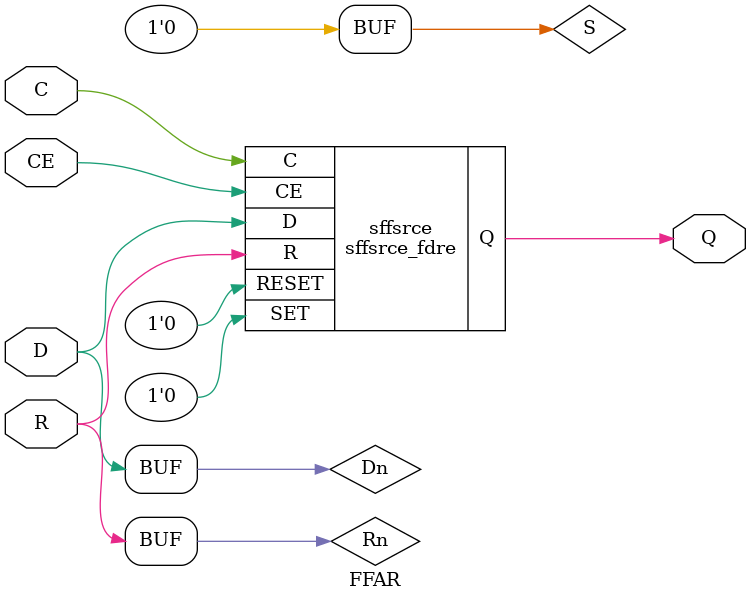
<source format=v>

module sffsrce_fdre (
  output Q,
  input C,
  input CE,
  input D,
  input R,
  input SET,
  input RESET
);

  reg Q_int;

  always @(posedge C) begin
    if (CE) begin
      if (SET)
        Q_int <= 1'b1;
      else if (RESET)
        Q_int <= 1'b0;
      else if (R)
        Q_int <= D;
    end
  end

  assign Q = Q_int;

endmodule

module FFAR (
  output Q,
  input C,
  input CE,
  input D,
  input R
);

  wire S;
  wire Rn;
  wire Dn;

  assign S = 1'b0;
  assign Rn = R;
  assign Dn = D;

  sffsrce_fdre sffsrce (
    .Q(Q),
    .C(C),
    .CE(CE),
    .D(Dn),
    .R(Rn),
    .SET(S),
    .RESET(S)
  );

endmodule

</source>
